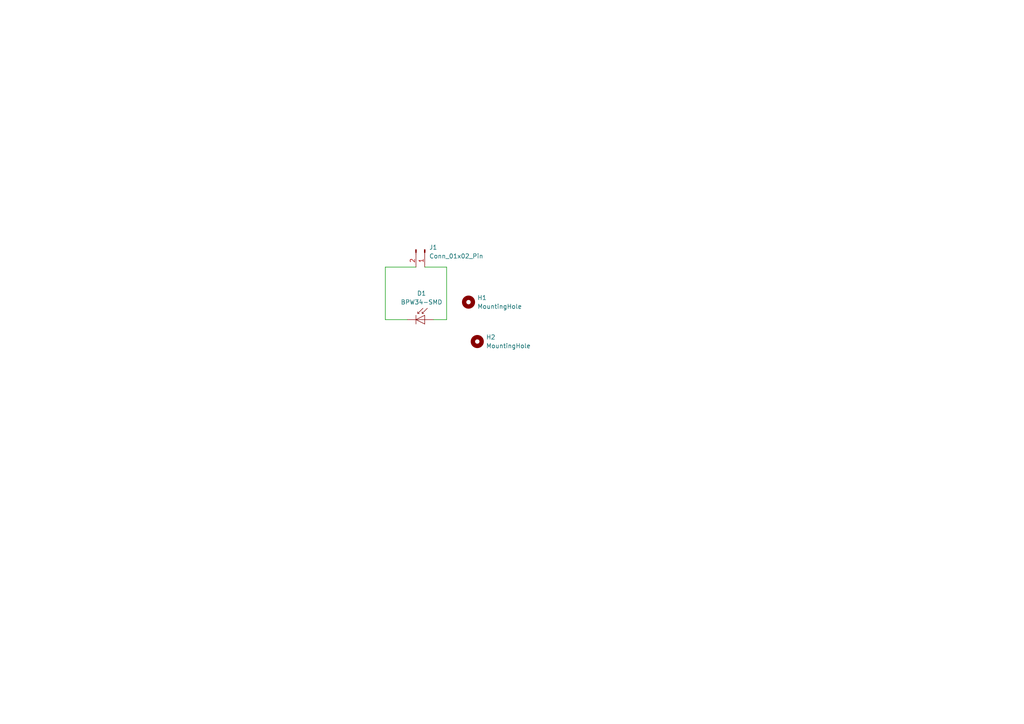
<source format=kicad_sch>
(kicad_sch (version 20231120) (generator "eeschema") (generator_version "8.0")
  (paper "A4")
  (lib_symbols
    (symbol "Connector:Conn_01x02_Pin" (pin_names (offset 1.016) hide)
      (property "Reference" "J" (at 0 2.54 0))
      (property "Value" "Conn_01x02_Pin" (at 0 -5.08 0))
      (symbol "Conn_01x02_Pin_1_1"
        (polyline (pts (xy 1.27 -2.54) (xy 0.8636 -2.54)) (stroke (width 0.1524)))
        (polyline (pts (xy 1.27 0) (xy 0.8636 0)) (stroke (width 0.1524)))
        (rectangle (start 0.8636 -2.413) (end 0 -2.667) (stroke (width 0.1524)) (fill (type outline)))
        (rectangle (start 0.8636 0.127) (end 0 -0.127) (stroke (width 0.1524)) (fill (type outline)))
        (pin passive line (at 5.08 0 180) (length 3.81) (name "Pin_1") (number "1"))
        (pin passive line (at 5.08 -2.54 180) (length 3.81) (name "Pin_2") (number "2"))
      )
    )
    (symbol "Mechanical:MountingHole" (pin_names (offset 1.016)) (exclude_from_sim yes) (in_bom no)
      (property "Reference" "H" (at 0 5.08 0))
      (property "Value" "MountingHole" (at 0 3.175 0))
      (symbol "MountingHole_0_1"
        (circle (center 0 0) (radius 1.27) (stroke (width 1.27)))
      )
    )
    (symbol "Sensor_Optical:BPW34-SMD" (pin_numbers hide) (pin_names (offset 1.016) hide)
      (property "Reference" "D" (at 0.508 1.778 0))
      (property "Value" "BPW34-SMD" (at -1.016 -2.794 0))
      (symbol "BPW34-SMD_0_1"
        (polyline (pts (xy -2.54 1.27) (xy -2.54 -1.27)) (stroke (width 0.1524)))
        (polyline (pts (xy -2.032 1.778) (xy -1.524 1.778)))
        (polyline (pts (xy 0 -1.27) (xy 0 1.27)))
        (polyline (pts (xy 0 0) (xy -2.54 0)))
        (polyline (pts (xy -0.508 3.302) (xy -2.032 1.778) (xy -2.032 2.286)))
        (polyline (pts (xy 0 1.27) (xy -2.54 0) (xy 0 -1.27)))
        (polyline (pts (xy 0.762 3.302) (xy -0.762 1.778) (xy -0.762 2.286) (xy -0.762 1.778) (xy -0.254 1.778)))
      )
      (symbol "BPW34-SMD_1_1"
        (pin passive line (at -5.08 0 0) (length 2.54) (name "K") (number "1"))
        (pin passive line (at 2.54 0 180) (length 2.54) (name "A") (number "2"))
      )
    )
  )
  (wire (pts (xy 129.54 77.47) (xy 129.54 92.71)))
  (wire (pts (xy 129.54 92.71) (xy 125.73 92.71)))
  (wire (pts (xy 111.76 77.47) (xy 120.65 77.47)))
  (wire (pts (xy 118.11 92.71) (xy 111.76 92.71)))
  (wire (pts (xy 123.19 77.47) (xy 129.54 77.47)))
  (wire (pts (xy 111.76 92.71) (xy 111.76 77.47)))
  (symbol (lib_id "Mechanical:MountingHole") (at 138.43 99.06 0) (unit 1) (exclude_from_sim yes) (in_bom no)
    (property "Reference" "H2" (at 140.97 97.7899 0) (effects (justify left)))
    (property "Value" "MountingHole" (at 140.97 100.3299 0) (effects (justify left)))
    (property "Footprint" "MountingHole:MT_Hole" (effects (hide yes)))
    (property "Description" "Mounting Hole without connection" (effects (hide yes)))
  )
  (symbol (lib_id "Connector:Conn_01x02_Pin") (at 123.19 72.39 270) (unit 1)
    (property "Reference" "J1" (at 124.46 71.7549 90) (effects (justify left)))
    (property "Value" "Conn_01x02_Pin" (at 124.46 74.2949 90) (effects (justify left)))
    (property "Footprint" "Connector_PinHeader_2.54mm:PinHeader_1x02_P2.54mm_Vertical" (effects (hide yes)))
    (property "Description" "Generic connector, single row, 01x02, script generated" (effects (hide yes)))
  )
  (symbol (lib_id "Mechanical:MountingHole") (at 135.89 87.63 0) (unit 1) (exclude_from_sim yes) (in_bom no)
    (property "Reference" "H1" (at 138.43 86.3599 0) (effects (justify left)))
    (property "Value" "MountingHole" (at 138.43 88.8999 0) (effects (justify left)))
    (property "Footprint" "MountingHole:MT_Hole" (effects (hide yes)))
    (property "Description" "Mounting Hole without connection" (effects (hide yes)))
  )
  (symbol (lib_id "Sensor_Optical:BPW34-SMD") (at 123.19 92.71 0) (unit 1)
    (property "Reference" "D1" (at 122.2629 85.09 0))
    (property "Value" "BPW34-SMD" (at 122.2629 87.63 0))
    (property "Footprint" "OptoDevice:Osram_BPW34S-SMD" (effects (hide yes)))
    (property "Datasheet" "https://dammedia.osram.info/media/resource/hires/osram-dam-5488319/BPW%2034%20S_EN.pdf" (effects (hide yes)))
    (property "Description" "Silicon PIN Photodiode, Area 2.65x2.65mm" (effects (hide yes)))
  )
)
</source>
